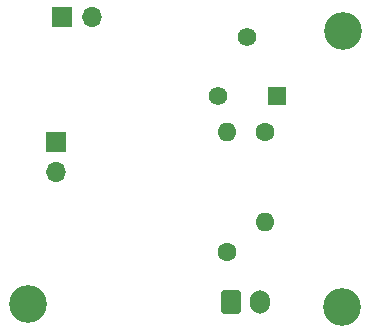
<source format=gbs>
G04 #@! TF.GenerationSoftware,KiCad,Pcbnew,(6.0.7-1)-1*
G04 #@! TF.CreationDate,2024-09-04T01:05:31+05:30*
G04 #@! TF.ProjectId,voltage_sensor,766f6c74-6167-4655-9f73-656e736f722e,rev?*
G04 #@! TF.SameCoordinates,Original*
G04 #@! TF.FileFunction,Soldermask,Bot*
G04 #@! TF.FilePolarity,Negative*
%FSLAX46Y46*%
G04 Gerber Fmt 4.6, Leading zero omitted, Abs format (unit mm)*
G04 Created by KiCad (PCBNEW (6.0.7-1)-1) date 2024-09-04 01:05:31*
%MOMM*%
%LPD*%
G01*
G04 APERTURE LIST*
G04 Aperture macros list*
%AMRoundRect*
0 Rectangle with rounded corners*
0 $1 Rounding radius*
0 $2 $3 $4 $5 $6 $7 $8 $9 X,Y pos of 4 corners*
0 Add a 4 corners polygon primitive as box body*
4,1,4,$2,$3,$4,$5,$6,$7,$8,$9,$2,$3,0*
0 Add four circle primitives for the rounded corners*
1,1,$1+$1,$2,$3*
1,1,$1+$1,$4,$5*
1,1,$1+$1,$6,$7*
1,1,$1+$1,$8,$9*
0 Add four rect primitives between the rounded corners*
20,1,$1+$1,$2,$3,$4,$5,0*
20,1,$1+$1,$4,$5,$6,$7,0*
20,1,$1+$1,$6,$7,$8,$9,0*
20,1,$1+$1,$8,$9,$2,$3,0*%
G04 Aperture macros list end*
%ADD10R,1.560000X1.560000*%
%ADD11C,1.560000*%
%ADD12RoundRect,0.250000X-0.600000X-0.750000X0.600000X-0.750000X0.600000X0.750000X-0.600000X0.750000X0*%
%ADD13O,1.700000X2.000000*%
%ADD14C,1.600000*%
%ADD15O,1.600000X1.600000*%
%ADD16C,3.200000*%
%ADD17R,1.700000X1.700000*%
%ADD18O,1.700000X1.700000*%
G04 APERTURE END LIST*
D10*
X118745000Y-72161400D03*
D11*
X116245000Y-67161400D03*
X113745000Y-72161400D03*
D12*
X114828000Y-89670400D03*
D13*
X117328000Y-89670400D03*
D14*
X114528600Y-85420200D03*
D15*
X114528600Y-75260200D03*
D16*
X124231400Y-90068400D03*
D17*
X100025200Y-76073000D03*
D18*
X100025200Y-78613000D03*
D16*
X124307600Y-66700400D03*
X97637600Y-89839800D03*
D14*
X117729000Y-75209400D03*
D15*
X117729000Y-82829400D03*
D17*
X100533200Y-65532000D03*
D18*
X103073200Y-65532000D03*
M02*

</source>
